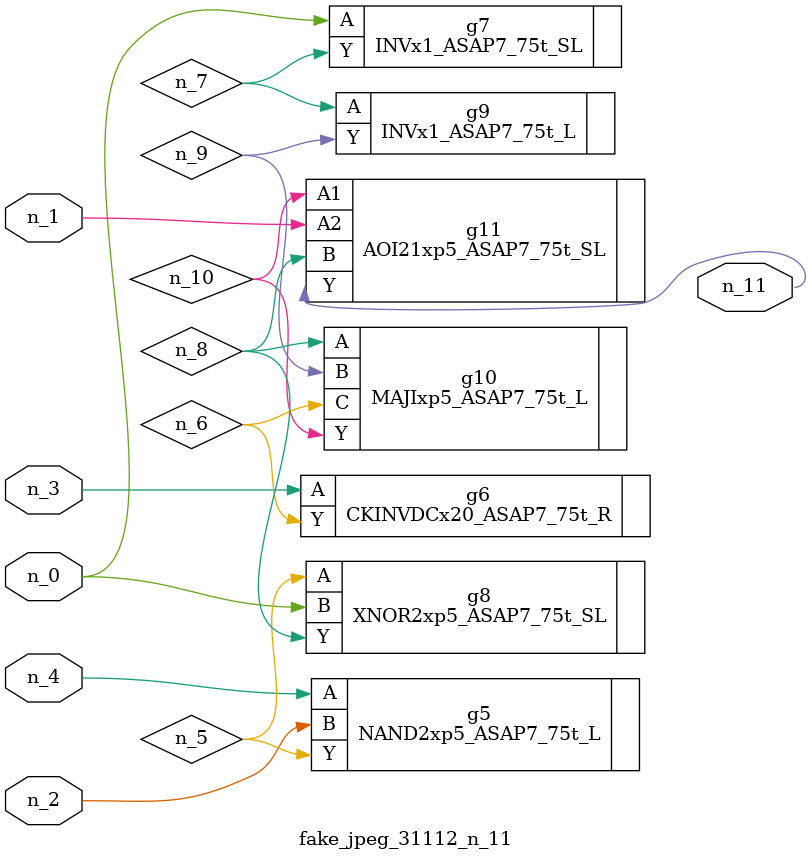
<source format=v>
module fake_jpeg_31112_n_11 (n_3, n_2, n_1, n_0, n_4, n_11);

input n_3;
input n_2;
input n_1;
input n_0;
input n_4;

output n_11;

wire n_10;
wire n_8;
wire n_9;
wire n_6;
wire n_5;
wire n_7;

NAND2xp5_ASAP7_75t_L g5 ( 
.A(n_4),
.B(n_2),
.Y(n_5)
);

CKINVDCx20_ASAP7_75t_R g6 ( 
.A(n_3),
.Y(n_6)
);

INVx1_ASAP7_75t_SL g7 ( 
.A(n_0),
.Y(n_7)
);

XNOR2xp5_ASAP7_75t_SL g8 ( 
.A(n_5),
.B(n_0),
.Y(n_8)
);

MAJIxp5_ASAP7_75t_L g10 ( 
.A(n_8),
.B(n_9),
.C(n_6),
.Y(n_10)
);

INVx1_ASAP7_75t_L g9 ( 
.A(n_7),
.Y(n_9)
);

AOI21xp5_ASAP7_75t_SL g11 ( 
.A1(n_10),
.A2(n_1),
.B(n_8),
.Y(n_11)
);


endmodule
</source>
